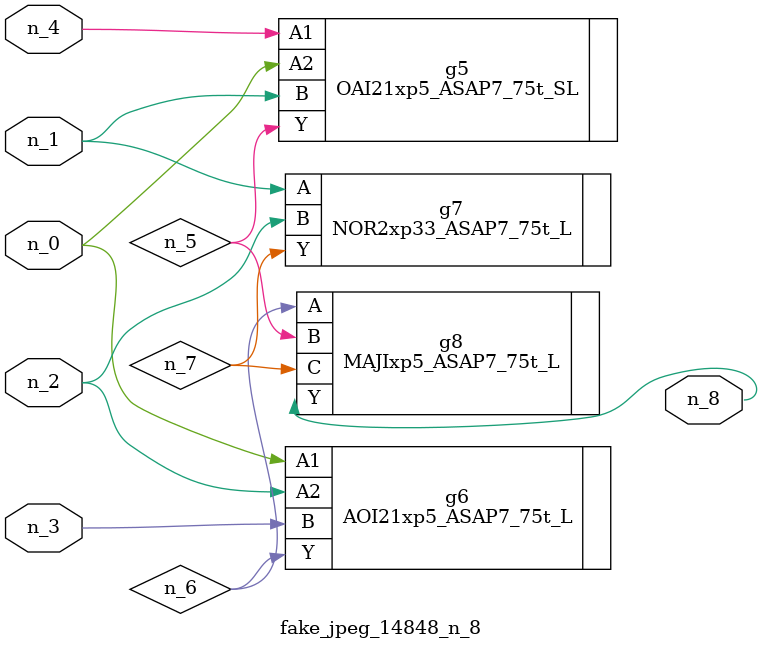
<source format=v>
module fake_jpeg_14848_n_8 (n_3, n_2, n_1, n_0, n_4, n_8);

input n_3;
input n_2;
input n_1;
input n_0;
input n_4;

output n_8;

wire n_6;
wire n_5;
wire n_7;

OAI21xp5_ASAP7_75t_SL g5 ( 
.A1(n_4),
.A2(n_0),
.B(n_1),
.Y(n_5)
);

AOI21xp5_ASAP7_75t_L g6 ( 
.A1(n_0),
.A2(n_2),
.B(n_3),
.Y(n_6)
);

NOR2xp33_ASAP7_75t_L g7 ( 
.A(n_1),
.B(n_2),
.Y(n_7)
);

MAJIxp5_ASAP7_75t_L g8 ( 
.A(n_6),
.B(n_5),
.C(n_7),
.Y(n_8)
);


endmodule
</source>
